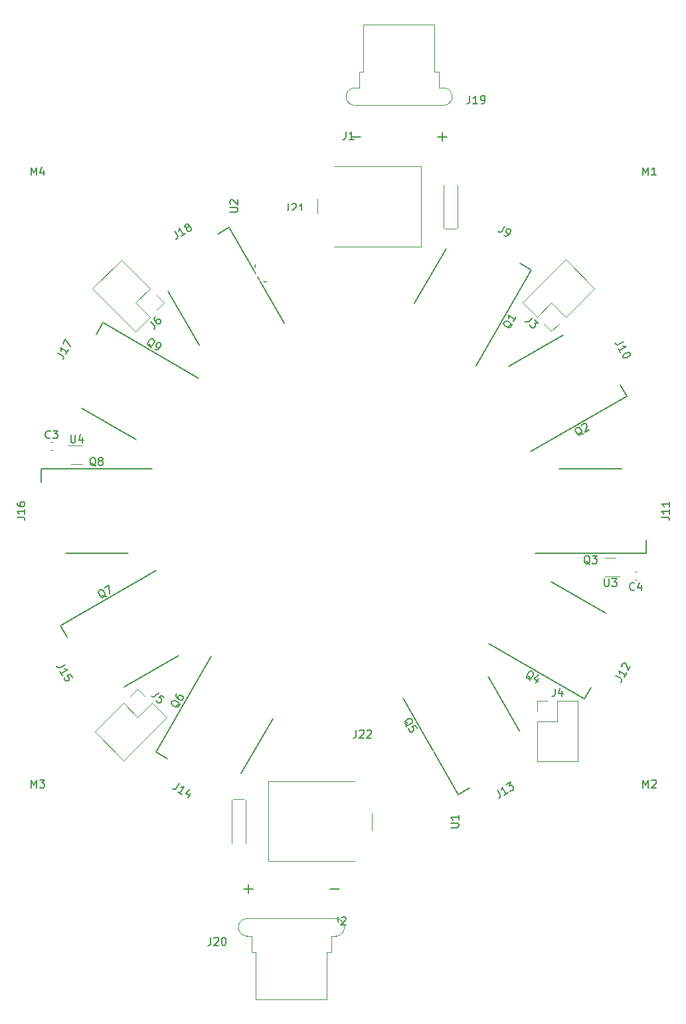
<source format=gto>
%TF.GenerationSoftware,KiCad,Pcbnew,(5.1.12)-1*%
%TF.CreationDate,2021-12-14T20:27:31-05:00*%
%TF.ProjectId,PDB,5044422e-6b69-4636-9164-5f7063625858,rev?*%
%TF.SameCoordinates,Original*%
%TF.FileFunction,Legend,Top*%
%TF.FilePolarity,Positive*%
%FSLAX46Y46*%
G04 Gerber Fmt 4.6, Leading zero omitted, Abs format (unit mm)*
G04 Created by KiCad (PCBNEW (5.1.12)-1) date 2021-12-14 20:27:31*
%MOMM*%
%LPD*%
G01*
G04 APERTURE LIST*
%ADD10C,0.120000*%
%ADD11C,0.150000*%
%ADD12C,0.100000*%
%ADD13R,0.650000X0.400000*%
%ADD14C,1.400000*%
%ADD15R,3.500000X3.500000*%
%ADD16C,3.500000*%
%ADD17R,1.700000X1.700000*%
%ADD18O,1.700000X1.700000*%
%ADD19C,5.000000*%
%ADD20R,10.000000X8.000000*%
%ADD21C,4.000000*%
%ADD22C,6.400000*%
%ADD23R,6.000000X9.000000*%
%ADD24C,0.500000*%
%ADD25R,1.500000X1.500000*%
%ADD26C,1.500000*%
%ADD27R,0.800000X8.000000*%
%ADD28R,2.800000X0.800000*%
%ADD29R,3.700000X9.700000*%
%ADD30R,2.900000X8.700000*%
%ADD31R,1.400000X10.100000*%
G04 APERTURE END LIST*
D10*
%TO.C,C4*%
X257179680Y-128826734D02*
X256898520Y-128826734D01*
X257179680Y-127806734D02*
X256898520Y-127806734D01*
%TO.C,C3*%
X182425720Y-111309434D02*
X182706880Y-111309434D01*
X182425720Y-112329434D02*
X182706880Y-112329434D01*
%TO.C,U4*%
X186479400Y-111764334D02*
X184579400Y-111764334D01*
X185079400Y-114084334D02*
X186479400Y-114084334D01*
%TO.C,U3*%
X253100600Y-128397234D02*
X255000600Y-128397234D01*
X254500600Y-126077234D02*
X253100600Y-126077234D01*
%TO.C,J20*%
X218206000Y-176240434D02*
X217676000Y-176240434D01*
X218906000Y-171970434D02*
X207386000Y-171970434D01*
X218206000Y-176240434D02*
X218206000Y-174190434D01*
X218906000Y-174190434D02*
X218206000Y-174190434D01*
X208086000Y-174190434D02*
X207386000Y-174190434D01*
X208086000Y-176240434D02*
X208086000Y-174190434D01*
X208616000Y-176240434D02*
X208086000Y-176240434D01*
X208616000Y-182240434D02*
X208616000Y-176240434D01*
X217676000Y-182240434D02*
X208646000Y-182240434D01*
X217676000Y-182240434D02*
X217676000Y-176240434D01*
X218967729Y-171983799D02*
G75*
G02*
X218796000Y-174190434I-171729J-1096635D01*
G01*
X207496000Y-174190434D02*
G75*
G02*
X207496000Y-171970434I0J1110000D01*
G01*
%TO.C,J5*%
X188066994Y-148166536D02*
X191743949Y-151843492D01*
X191701522Y-144532008D02*
X188066994Y-148166536D01*
X197216955Y-146370485D02*
X191743949Y-151843492D01*
X191701522Y-144532008D02*
X193540000Y-146370485D01*
X193540000Y-146370485D02*
X195378478Y-144532008D01*
X195378478Y-144532008D02*
X197216955Y-146370485D01*
X192599548Y-143633982D02*
X193540000Y-142693530D01*
X193540000Y-142693530D02*
X194480452Y-143633982D01*
%TO.C,J4*%
X244460000Y-151984434D02*
X249660000Y-151984434D01*
X244460000Y-146844434D02*
X244460000Y-151984434D01*
X249660000Y-144244434D02*
X249660000Y-151984434D01*
X244460000Y-146844434D02*
X247060000Y-146844434D01*
X247060000Y-146844434D02*
X247060000Y-144244434D01*
X247060000Y-144244434D02*
X249660000Y-144244434D01*
X244460000Y-145574434D02*
X244460000Y-144244434D01*
X244460000Y-144244434D02*
X245790000Y-144244434D01*
%TO.C,J3*%
X251763006Y-91732332D02*
X248086051Y-88055376D01*
X248128478Y-95366860D02*
X251763006Y-91732332D01*
X242613045Y-93528383D02*
X248086051Y-88055376D01*
X248128478Y-95366860D02*
X246290000Y-93528383D01*
X246290000Y-93528383D02*
X244451522Y-95366860D01*
X244451522Y-95366860D02*
X242613045Y-93528383D01*
X247230452Y-96264886D02*
X246290000Y-97205338D01*
X246290000Y-97205338D02*
X245349548Y-96264886D01*
%TO.C,J6*%
X191447898Y-88101428D02*
X187770942Y-91778383D01*
X195082426Y-91735956D02*
X191447898Y-88101428D01*
X193243949Y-97251389D02*
X187770942Y-91778383D01*
X195082426Y-91735956D02*
X193243949Y-93574434D01*
X193243949Y-93574434D02*
X195082426Y-95412912D01*
X195082426Y-95412912D02*
X193243949Y-97251389D01*
X195980452Y-92633982D02*
X196920904Y-93574434D01*
X196920904Y-93574434D02*
X195980452Y-94514886D01*
%TO.C,J19*%
X221802000Y-64162434D02*
X222332000Y-64162434D01*
X221102000Y-68432434D02*
X232622000Y-68432434D01*
X221802000Y-64162434D02*
X221802000Y-66212434D01*
X221102000Y-66212434D02*
X221802000Y-66212434D01*
X231922000Y-66212434D02*
X232622000Y-66212434D01*
X231922000Y-64162434D02*
X231922000Y-66212434D01*
X231392000Y-64162434D02*
X231922000Y-64162434D01*
X231392000Y-58162434D02*
X231392000Y-64162434D01*
X222332000Y-58162434D02*
X231362000Y-58162434D01*
X222332000Y-58162434D02*
X222332000Y-64162434D01*
X221040271Y-68419069D02*
G75*
G02*
X221212000Y-66212434I171729J1096635D01*
G01*
X232512000Y-66212434D02*
G75*
G02*
X232512000Y-68432434I0J-1110000D01*
G01*
D11*
%TO.C,Q10*%
X197388087Y-92073617D02*
X201388087Y-99001820D01*
X212241161Y-96199896D02*
X205191161Y-83988938D01*
X205191161Y-83988938D02*
X203718918Y-84838938D01*
D10*
%TO.C,U2*%
X229640000Y-86424434D02*
X216940000Y-86424434D01*
X229640000Y-76224434D02*
X229640000Y-86424434D01*
X216940000Y-76224434D02*
X229640000Y-76224434D01*
X234340000Y-84024434D02*
X234340000Y-78524434D01*
X232540000Y-84024434D02*
X232540000Y-78524434D01*
X216940000Y-86424434D02*
X226140000Y-86424434D01*
X216940000Y-76224434D02*
X226140000Y-76224434D01*
X216440000Y-85924434D02*
X216440000Y-76724434D01*
D12*
X232740000Y-84124434D02*
X234140000Y-84124434D01*
X216440000Y-76224434D02*
X216940000Y-76224434D01*
X216440000Y-76224434D02*
X216440000Y-76724434D01*
X216440000Y-86424434D02*
X216440000Y-85924434D01*
X216440000Y-86424434D02*
X216940000Y-86424434D01*
X226640000Y-86424434D02*
X226140000Y-86424434D01*
X226640000Y-76224434D02*
X226140000Y-76224434D01*
D10*
%TO.C,U1*%
X210190000Y-154474434D02*
X222890000Y-154474434D01*
X210190000Y-164674434D02*
X210190000Y-154474434D01*
X222890000Y-164674434D02*
X210190000Y-164674434D01*
X205490000Y-156874434D02*
X205490000Y-162374434D01*
X207290000Y-156874434D02*
X207290000Y-162374434D01*
X222890000Y-154474434D02*
X213690000Y-154474434D01*
X222890000Y-164674434D02*
X213690000Y-164674434D01*
X223390000Y-154974434D02*
X223390000Y-164174434D01*
D12*
X207090000Y-156774434D02*
X205690000Y-156774434D01*
X223390000Y-164674434D02*
X222890000Y-164674434D01*
X223390000Y-164674434D02*
X223390000Y-164174434D01*
X223390000Y-154474434D02*
X223390000Y-154974434D01*
X223390000Y-154474434D02*
X222890000Y-154474434D01*
X213190000Y-154474434D02*
X213690000Y-154474434D01*
X213190000Y-164674434D02*
X213690000Y-164674434D01*
D11*
%TO.C,Q9*%
X186389183Y-107025913D02*
X193317386Y-111025913D01*
X201315462Y-103172839D02*
X189104504Y-96122839D01*
X189104504Y-96122839D02*
X188254504Y-97595082D01*
%TO.C,Q1*%
X232838087Y-86673183D02*
X228838087Y-93601386D01*
X236691161Y-101599462D02*
X243741161Y-89388504D01*
X243741161Y-89388504D02*
X242268918Y-88538504D01*
%TO.C,Q2*%
X247790383Y-97672087D02*
X240862180Y-101672087D01*
X243664104Y-112525161D02*
X255875062Y-105475161D01*
X255875062Y-105475161D02*
X255025062Y-104002918D01*
%TO.C,Q3*%
X255240000Y-114673566D02*
X247240000Y-114673566D01*
X244240000Y-125473566D02*
X258340000Y-125473566D01*
X258340000Y-125473566D02*
X258340000Y-123773566D01*
%TO.C,Q4*%
X253190817Y-133122087D02*
X246262614Y-129122087D01*
X238264538Y-136975161D02*
X250475496Y-144025161D01*
X250475496Y-144025161D02*
X251325496Y-142552918D01*
%TO.C,Q5*%
X242191913Y-148074383D02*
X238191913Y-141146180D01*
X227338839Y-143948104D02*
X234388839Y-156159062D01*
X234388839Y-156159062D02*
X235861082Y-155309062D01*
%TO.C,Q6*%
X206741913Y-153474817D02*
X210741913Y-146546614D01*
X202888839Y-138548538D02*
X195838839Y-150759496D01*
X195838839Y-150759496D02*
X197311082Y-151609496D01*
%TO.C,Q7*%
X191789617Y-142475913D02*
X198717820Y-138475913D01*
X195915896Y-127622839D02*
X183704938Y-134672839D01*
X183704938Y-134672839D02*
X184554938Y-136145082D01*
%TO.C,Q8*%
X184340000Y-125474434D02*
X192340000Y-125474434D01*
X195340000Y-114674434D02*
X181240000Y-114674434D01*
X181240000Y-114674434D02*
X181240000Y-116374434D01*
%TO.C,C4*%
X256872433Y-130103876D02*
X256824814Y-130151495D01*
X256681957Y-130199114D01*
X256586719Y-130199114D01*
X256443861Y-130151495D01*
X256348623Y-130056257D01*
X256301004Y-129961019D01*
X256253385Y-129770543D01*
X256253385Y-129627686D01*
X256301004Y-129437210D01*
X256348623Y-129341972D01*
X256443861Y-129246734D01*
X256586719Y-129199114D01*
X256681957Y-129199114D01*
X256824814Y-129246734D01*
X256872433Y-129294353D01*
X257729576Y-129532448D02*
X257729576Y-130199114D01*
X257491480Y-129151495D02*
X257253385Y-129865781D01*
X257872433Y-129865781D01*
%TO.C,C3*%
X182399633Y-110746576D02*
X182352014Y-110794195D01*
X182209157Y-110841814D01*
X182113919Y-110841814D01*
X181971061Y-110794195D01*
X181875823Y-110698957D01*
X181828204Y-110603719D01*
X181780585Y-110413243D01*
X181780585Y-110270386D01*
X181828204Y-110079910D01*
X181875823Y-109984672D01*
X181971061Y-109889434D01*
X182113919Y-109841814D01*
X182209157Y-109841814D01*
X182352014Y-109889434D01*
X182399633Y-109937053D01*
X182732966Y-109841814D02*
X183352014Y-109841814D01*
X183018680Y-110222767D01*
X183161538Y-110222767D01*
X183256776Y-110270386D01*
X183304395Y-110318005D01*
X183352014Y-110413243D01*
X183352014Y-110651338D01*
X183304395Y-110746576D01*
X183256776Y-110794195D01*
X183161538Y-110841814D01*
X182875823Y-110841814D01*
X182780585Y-110794195D01*
X182732966Y-110746576D01*
%TO.C,U4*%
X185017495Y-110376714D02*
X185017495Y-111186238D01*
X185065114Y-111281476D01*
X185112733Y-111329095D01*
X185207971Y-111376714D01*
X185398447Y-111376714D01*
X185493685Y-111329095D01*
X185541304Y-111281476D01*
X185588923Y-111186238D01*
X185588923Y-110376714D01*
X186493685Y-110710048D02*
X186493685Y-111376714D01*
X186255590Y-110329095D02*
X186017495Y-111043381D01*
X186636542Y-111043381D01*
%TO.C,U3*%
X253038695Y-128689614D02*
X253038695Y-129499138D01*
X253086314Y-129594376D01*
X253133933Y-129641995D01*
X253229171Y-129689614D01*
X253419647Y-129689614D01*
X253514885Y-129641995D01*
X253562504Y-129594376D01*
X253610123Y-129499138D01*
X253610123Y-128689614D01*
X253991076Y-128689614D02*
X254610123Y-128689614D01*
X254276790Y-129070567D01*
X254419647Y-129070567D01*
X254514885Y-129118186D01*
X254562504Y-129165805D01*
X254610123Y-129261043D01*
X254610123Y-129499138D01*
X254562504Y-129594376D01*
X254514885Y-129641995D01*
X254419647Y-129689614D01*
X254133933Y-129689614D01*
X254038695Y-129641995D01*
X253991076Y-129594376D01*
%TO.C,J20*%
X202851476Y-174390814D02*
X202851476Y-175105100D01*
X202803857Y-175247957D01*
X202708619Y-175343195D01*
X202565761Y-175390814D01*
X202470523Y-175390814D01*
X203280047Y-174486053D02*
X203327666Y-174438434D01*
X203422904Y-174390814D01*
X203661000Y-174390814D01*
X203756238Y-174438434D01*
X203803857Y-174486053D01*
X203851476Y-174581291D01*
X203851476Y-174676529D01*
X203803857Y-174819386D01*
X203232428Y-175390814D01*
X203851476Y-175390814D01*
X204470523Y-174390814D02*
X204565761Y-174390814D01*
X204661000Y-174438434D01*
X204708619Y-174486053D01*
X204756238Y-174581291D01*
X204803857Y-174771767D01*
X204803857Y-175009862D01*
X204756238Y-175200338D01*
X204708619Y-175295576D01*
X204661000Y-175343195D01*
X204565761Y-175390814D01*
X204470523Y-175390814D01*
X204375285Y-175343195D01*
X204327666Y-175295576D01*
X204280047Y-175200338D01*
X204232428Y-175009862D01*
X204232428Y-174771767D01*
X204280047Y-174581291D01*
X204327666Y-174486053D01*
X204375285Y-174438434D01*
X204470523Y-174390814D01*
X207074571Y-168187576D02*
X208217428Y-168187576D01*
X207646000Y-168759005D02*
X207646000Y-167616148D01*
X218074571Y-168187576D02*
X219217428Y-168187576D01*
%TO.C,J5*%
X196237106Y-143201973D02*
X195732030Y-143707049D01*
X195597343Y-143774393D01*
X195462656Y-143774393D01*
X195327969Y-143707049D01*
X195260626Y-143639706D01*
X196910541Y-143875408D02*
X196573824Y-143538691D01*
X196203435Y-143841736D01*
X196270778Y-143841736D01*
X196371793Y-143875408D01*
X196540152Y-144043767D01*
X196573824Y-144144782D01*
X196573824Y-144212126D01*
X196540152Y-144313141D01*
X196371793Y-144481500D01*
X196270778Y-144515171D01*
X196203435Y-144515171D01*
X196102419Y-144481500D01*
X195934061Y-144313141D01*
X195900389Y-144212126D01*
X195900389Y-144144782D01*
%TO.C,J4*%
X246726666Y-142696814D02*
X246726666Y-143411100D01*
X246679047Y-143553957D01*
X246583809Y-143649195D01*
X246440952Y-143696814D01*
X246345714Y-143696814D01*
X247631428Y-143030148D02*
X247631428Y-143696814D01*
X247393333Y-142649195D02*
X247155238Y-143363481D01*
X247774285Y-143363481D01*
%TO.C,J3*%
X243895938Y-95451039D02*
X243390862Y-95956115D01*
X243256175Y-96023459D01*
X243121488Y-96023459D01*
X242986801Y-95956115D01*
X242919458Y-95888772D01*
X244165312Y-95720413D02*
X244603045Y-96158146D01*
X244097969Y-96191818D01*
X244198984Y-96292833D01*
X244232656Y-96393848D01*
X244232656Y-96461192D01*
X244198984Y-96562207D01*
X244030625Y-96730566D01*
X243929610Y-96764237D01*
X243862267Y-96764237D01*
X243761251Y-96730566D01*
X243559221Y-96528535D01*
X243525549Y-96427520D01*
X243525549Y-96360176D01*
%TO.C,J6*%
X195166605Y-95968495D02*
X195671681Y-96473571D01*
X195739025Y-96608258D01*
X195739025Y-96742945D01*
X195671681Y-96877632D01*
X195604338Y-96944975D01*
X195806368Y-95328731D02*
X195671681Y-95463418D01*
X195638010Y-95564434D01*
X195638010Y-95631777D01*
X195671681Y-95800136D01*
X195772697Y-95968495D01*
X196042071Y-96237869D01*
X196143086Y-96271540D01*
X196210429Y-96271540D01*
X196311445Y-96237869D01*
X196446132Y-96103182D01*
X196479803Y-96002166D01*
X196479803Y-95934823D01*
X196446132Y-95833808D01*
X196277773Y-95665449D01*
X196176758Y-95631777D01*
X196109414Y-95631777D01*
X196008399Y-95665449D01*
X195873712Y-95800136D01*
X195840040Y-95901151D01*
X195840040Y-95968495D01*
X195873712Y-96069510D01*
%TO.C,J1*%
X220091666Y-71776814D02*
X220091666Y-72491100D01*
X220044047Y-72633957D01*
X219948809Y-72729195D01*
X219805952Y-72776814D01*
X219710714Y-72776814D01*
X221091666Y-72776814D02*
X220520238Y-72776814D01*
X220805952Y-72776814D02*
X220805952Y-71776814D01*
X220710714Y-71919672D01*
X220615476Y-72014910D01*
X220520238Y-72062529D01*
%TO.C,J2*%
X219075666Y-171776814D02*
X219075666Y-172491100D01*
X219028047Y-172633957D01*
X218932809Y-172729195D01*
X218789952Y-172776814D01*
X218694714Y-172776814D01*
X219504238Y-171872053D02*
X219551857Y-171824434D01*
X219647095Y-171776814D01*
X219885190Y-171776814D01*
X219980428Y-171824434D01*
X220028047Y-171872053D01*
X220075666Y-171967291D01*
X220075666Y-172062529D01*
X220028047Y-172205386D01*
X219456619Y-172776814D01*
X220075666Y-172776814D01*
%TO.C,J22*%
X221393476Y-147974814D02*
X221393476Y-148689100D01*
X221345857Y-148831957D01*
X221250619Y-148927195D01*
X221107761Y-148974814D01*
X221012523Y-148974814D01*
X221822047Y-148070053D02*
X221869666Y-148022434D01*
X221964904Y-147974814D01*
X222203000Y-147974814D01*
X222298238Y-148022434D01*
X222345857Y-148070053D01*
X222393476Y-148165291D01*
X222393476Y-148260529D01*
X222345857Y-148403386D01*
X221774428Y-148974814D01*
X222393476Y-148974814D01*
X222774428Y-148070053D02*
X222822047Y-148022434D01*
X222917285Y-147974814D01*
X223155380Y-147974814D01*
X223250619Y-148022434D01*
X223298238Y-148070053D01*
X223345857Y-148165291D01*
X223345857Y-148260529D01*
X223298238Y-148403386D01*
X222726809Y-148974814D01*
X223345857Y-148974814D01*
%TO.C,J21*%
X212757476Y-80944814D02*
X212757476Y-81659100D01*
X212709857Y-81801957D01*
X212614619Y-81897195D01*
X212471761Y-81944814D01*
X212376523Y-81944814D01*
X213186047Y-81040053D02*
X213233666Y-80992434D01*
X213328904Y-80944814D01*
X213567000Y-80944814D01*
X213662238Y-80992434D01*
X213709857Y-81040053D01*
X213757476Y-81135291D01*
X213757476Y-81230529D01*
X213709857Y-81373386D01*
X213138428Y-81944814D01*
X213757476Y-81944814D01*
X214709857Y-81944814D02*
X214138428Y-81944814D01*
X214424142Y-81944814D02*
X214424142Y-80944814D01*
X214328904Y-81087672D01*
X214233666Y-81182910D01*
X214138428Y-81230529D01*
%TO.C,J19*%
X235871476Y-67202814D02*
X235871476Y-67917100D01*
X235823857Y-68059957D01*
X235728619Y-68155195D01*
X235585761Y-68202814D01*
X235490523Y-68202814D01*
X236871476Y-68202814D02*
X236300047Y-68202814D01*
X236585761Y-68202814D02*
X236585761Y-67202814D01*
X236490523Y-67345672D01*
X236395285Y-67440910D01*
X236300047Y-67488529D01*
X237347666Y-68202814D02*
X237538142Y-68202814D01*
X237633380Y-68155195D01*
X237681000Y-68107576D01*
X237776238Y-67964719D01*
X237823857Y-67774243D01*
X237823857Y-67393291D01*
X237776238Y-67298053D01*
X237728619Y-67250434D01*
X237633380Y-67202814D01*
X237442904Y-67202814D01*
X237347666Y-67250434D01*
X237300047Y-67298053D01*
X237252428Y-67393291D01*
X237252428Y-67631386D01*
X237300047Y-67726624D01*
X237347666Y-67774243D01*
X237442904Y-67821862D01*
X237633380Y-67821862D01*
X237728619Y-67774243D01*
X237776238Y-67726624D01*
X237823857Y-67631386D01*
X231790571Y-72429576D02*
X232933428Y-72429576D01*
X232362000Y-73001005D02*
X232362000Y-71858148D01*
X220790571Y-72429576D02*
X221933428Y-72429576D01*
%TO.C,J8*%
X213206666Y-78026814D02*
X213206666Y-78741100D01*
X213159047Y-78883957D01*
X213063809Y-78979195D01*
X212920952Y-79026814D01*
X212825714Y-79026814D01*
X213825714Y-78455386D02*
X213730476Y-78407767D01*
X213682857Y-78360148D01*
X213635238Y-78264910D01*
X213635238Y-78217291D01*
X213682857Y-78122053D01*
X213730476Y-78074434D01*
X213825714Y-78026814D01*
X214016190Y-78026814D01*
X214111428Y-78074434D01*
X214159047Y-78122053D01*
X214206666Y-78217291D01*
X214206666Y-78264910D01*
X214159047Y-78360148D01*
X214111428Y-78407767D01*
X214016190Y-78455386D01*
X213825714Y-78455386D01*
X213730476Y-78503005D01*
X213682857Y-78550624D01*
X213635238Y-78645862D01*
X213635238Y-78836338D01*
X213682857Y-78931576D01*
X213730476Y-78979195D01*
X213825714Y-79026814D01*
X214016190Y-79026814D01*
X214111428Y-78979195D01*
X214159047Y-78931576D01*
X214206666Y-78836338D01*
X214206666Y-78645862D01*
X214159047Y-78550624D01*
X214111428Y-78503005D01*
X214016190Y-78455386D01*
%TO.C,J7*%
X225956666Y-166526814D02*
X225956666Y-167241100D01*
X225909047Y-167383957D01*
X225813809Y-167479195D01*
X225670952Y-167526814D01*
X225575714Y-167526814D01*
X226337619Y-166526814D02*
X227004285Y-166526814D01*
X226575714Y-167526814D01*
%TO.C,J11*%
X260342380Y-120883957D02*
X261056666Y-120883957D01*
X261199523Y-120931576D01*
X261294761Y-121026814D01*
X261342380Y-121169672D01*
X261342380Y-121264910D01*
X261342380Y-119883957D02*
X261342380Y-120455386D01*
X261342380Y-120169672D02*
X260342380Y-120169672D01*
X260485238Y-120264910D01*
X260580476Y-120360148D01*
X260628095Y-120455386D01*
X261342380Y-118931576D02*
X261342380Y-119503005D01*
X261342380Y-119217291D02*
X260342380Y-119217291D01*
X260485238Y-119312529D01*
X260580476Y-119407767D01*
X260628095Y-119503005D01*
%TO.C,J12*%
X254504413Y-141051634D02*
X255123002Y-141408777D01*
X255222911Y-141521445D01*
X255257770Y-141651543D01*
X255227581Y-141799070D01*
X255179962Y-141881549D01*
X255870438Y-140685609D02*
X255584724Y-141180480D01*
X255727581Y-140933045D02*
X254861555Y-140433045D01*
X254937654Y-140586952D01*
X254972514Y-140717049D01*
X254966134Y-140823338D01*
X255277367Y-139903313D02*
X255259938Y-139838265D01*
X255266317Y-139731976D01*
X255385365Y-139525780D01*
X255474223Y-139467111D01*
X255539272Y-139449681D01*
X255645560Y-139456061D01*
X255728039Y-139503680D01*
X255827947Y-139616348D01*
X256037105Y-140396934D01*
X256346628Y-139860823D01*
%TO.C,J13*%
X239364746Y-155598370D02*
X239721889Y-156216960D01*
X239752078Y-156364487D01*
X239717218Y-156494585D01*
X239617310Y-156607253D01*
X239534831Y-156654872D01*
X240730771Y-155964396D02*
X240235900Y-156250110D01*
X240483335Y-156107253D02*
X239983335Y-155241228D01*
X239972285Y-155412565D01*
X239937426Y-155542662D01*
X239878757Y-155631521D01*
X240519446Y-154931704D02*
X241055557Y-154622180D01*
X240957358Y-155118761D01*
X241081076Y-155047332D01*
X241187364Y-155040953D01*
X241252413Y-155058382D01*
X241341272Y-155117052D01*
X241460319Y-155323248D01*
X241466699Y-155429536D01*
X241449269Y-155494585D01*
X241390600Y-155583443D01*
X241143164Y-155726301D01*
X241036876Y-155732680D01*
X240971827Y-155715251D01*
%TO.C,J14*%
X198812365Y-154788413D02*
X198455222Y-155407002D01*
X198342554Y-155506911D01*
X198212456Y-155541770D01*
X198064929Y-155511581D01*
X197982450Y-155463962D01*
X199178390Y-156154438D02*
X198683519Y-155868724D01*
X198930954Y-156011581D02*
X199430954Y-155145555D01*
X199277047Y-155221654D01*
X199146950Y-155256514D01*
X199040661Y-155250134D01*
X200254031Y-156005659D02*
X199920698Y-156583009D01*
X200238311Y-155556697D02*
X199674971Y-156056239D01*
X200211082Y-156365763D01*
%TO.C,J15*%
X184265629Y-139648746D02*
X183647039Y-140005889D01*
X183499512Y-140036078D01*
X183369414Y-140001218D01*
X183256746Y-139901310D01*
X183209127Y-139818831D01*
X183899603Y-141014771D02*
X183613889Y-140519900D01*
X183756746Y-140767335D02*
X184622771Y-140267335D01*
X184451434Y-140256285D01*
X184321337Y-140221426D01*
X184232478Y-140162757D01*
X185218010Y-141298318D02*
X184979914Y-140885925D01*
X184543712Y-141082781D01*
X184608761Y-141100211D01*
X184697619Y-141158880D01*
X184816667Y-141365076D01*
X184823046Y-141471364D01*
X184805617Y-141536413D01*
X184746947Y-141625272D01*
X184540751Y-141744319D01*
X184434463Y-141750699D01*
X184369414Y-141733269D01*
X184280556Y-141674600D01*
X184161508Y-141468404D01*
X184155128Y-141362115D01*
X184172558Y-141297067D01*
%TO.C,J16*%
X178142380Y-120883089D02*
X178856666Y-120883089D01*
X178999523Y-120930708D01*
X179094761Y-121025946D01*
X179142380Y-121168804D01*
X179142380Y-121264042D01*
X179142380Y-119883089D02*
X179142380Y-120454518D01*
X179142380Y-120168804D02*
X178142380Y-120168804D01*
X178285238Y-120264042D01*
X178380476Y-120359280D01*
X178428095Y-120454518D01*
X178142380Y-119025946D02*
X178142380Y-119216423D01*
X178190000Y-119311661D01*
X178237619Y-119359280D01*
X178380476Y-119454518D01*
X178570952Y-119502137D01*
X178951904Y-119502137D01*
X179047142Y-119454518D01*
X179094761Y-119406899D01*
X179142380Y-119311661D01*
X179142380Y-119121185D01*
X179094761Y-119025946D01*
X179047142Y-118978327D01*
X178951904Y-118930708D01*
X178713809Y-118930708D01*
X178618571Y-118978327D01*
X178570952Y-119025946D01*
X178523333Y-119121185D01*
X178523333Y-119311661D01*
X178570952Y-119406899D01*
X178618571Y-119454518D01*
X178713809Y-119502137D01*
%TO.C,J17*%
X183317559Y-99950882D02*
X183936148Y-100308025D01*
X184036057Y-100420693D01*
X184070916Y-100550791D01*
X184040727Y-100698318D01*
X183993108Y-100780797D01*
X184683584Y-99584857D02*
X184397870Y-100079728D01*
X184540727Y-99832293D02*
X183674701Y-99332293D01*
X183750800Y-99486200D01*
X183785660Y-99616297D01*
X183779280Y-99722586D01*
X183984225Y-98796182D02*
X184317559Y-98218831D01*
X184969298Y-99089985D01*
%TO.C,J18*%
X198265498Y-84410648D02*
X198622641Y-85029238D01*
X198652830Y-85176765D01*
X198617970Y-85306863D01*
X198518062Y-85419531D01*
X198435583Y-85467150D01*
X199631523Y-84776674D02*
X199136652Y-85062388D01*
X199384087Y-84919531D02*
X198884087Y-84053506D01*
X198873037Y-84224843D01*
X198838178Y-84354940D01*
X198779509Y-84443799D01*
X199840681Y-83996088D02*
X199734392Y-84002468D01*
X199669344Y-83985038D01*
X199580485Y-83926369D01*
X199556676Y-83885129D01*
X199550296Y-83778841D01*
X199567726Y-83713792D01*
X199626395Y-83624934D01*
X199791352Y-83529696D01*
X199897640Y-83523316D01*
X199962689Y-83540746D01*
X200051547Y-83599415D01*
X200075357Y-83640654D01*
X200081737Y-83746943D01*
X200064307Y-83811991D01*
X200005638Y-83900850D01*
X199840681Y-83996088D01*
X199782011Y-84084946D01*
X199764582Y-84149995D01*
X199770961Y-84256283D01*
X199866200Y-84421240D01*
X199955058Y-84479909D01*
X200020107Y-84497339D01*
X200126395Y-84490960D01*
X200291352Y-84395721D01*
X200350021Y-84306863D01*
X200367451Y-84241814D01*
X200361071Y-84135526D01*
X200265833Y-83970569D01*
X200176975Y-83911900D01*
X200111926Y-83894470D01*
X200005638Y-83900850D01*
%TO.C,J9*%
X240325510Y-83839654D02*
X239968367Y-84458243D01*
X239855699Y-84558152D01*
X239725601Y-84593011D01*
X239578074Y-84562822D01*
X239495595Y-84515203D01*
X240279142Y-84967584D02*
X240444099Y-85062822D01*
X240550388Y-85069202D01*
X240615436Y-85051772D01*
X240769344Y-84975673D01*
X240905821Y-84834525D01*
X241096297Y-84504611D01*
X241102677Y-84398323D01*
X241085247Y-84333274D01*
X241026578Y-84244416D01*
X240861621Y-84149178D01*
X240755333Y-84142798D01*
X240690284Y-84160228D01*
X240601426Y-84218897D01*
X240482378Y-84425093D01*
X240475998Y-84531381D01*
X240493428Y-84596430D01*
X240552097Y-84685289D01*
X240717054Y-84780527D01*
X240823342Y-84786906D01*
X240888391Y-84769477D01*
X240977250Y-84710808D01*
%TO.C,J10*%
X255453351Y-98549498D02*
X254834761Y-98906641D01*
X254687234Y-98936830D01*
X254557136Y-98901970D01*
X254444468Y-98802062D01*
X254396849Y-98719583D01*
X255087325Y-99915523D02*
X254801611Y-99420652D01*
X254944468Y-99668087D02*
X255810493Y-99168087D01*
X255639156Y-99157037D01*
X255509059Y-99122178D01*
X255420200Y-99063509D01*
X256262874Y-99951634D02*
X256310493Y-100034113D01*
X256316873Y-100140401D01*
X256299443Y-100205450D01*
X256240774Y-100294308D01*
X256099627Y-100430785D01*
X255893430Y-100549833D01*
X255704663Y-100603832D01*
X255598375Y-100610212D01*
X255533326Y-100592782D01*
X255444468Y-100534113D01*
X255396849Y-100451634D01*
X255390469Y-100345346D01*
X255407899Y-100280297D01*
X255466568Y-100191439D01*
X255607716Y-100054961D01*
X255813912Y-99935914D01*
X256002679Y-99881915D01*
X256108967Y-99875535D01*
X256174016Y-99892965D01*
X256262874Y-99951634D01*
%TO.C,M1*%
X257980476Y-77326814D02*
X257980476Y-76326814D01*
X258313809Y-77041100D01*
X258647142Y-76326814D01*
X258647142Y-77326814D01*
X259647142Y-77326814D02*
X259075714Y-77326814D01*
X259361428Y-77326814D02*
X259361428Y-76326814D01*
X259266190Y-76469672D01*
X259170952Y-76564910D01*
X259075714Y-76612529D01*
%TO.C,M4*%
X179980476Y-77326814D02*
X179980476Y-76326814D01*
X180313809Y-77041100D01*
X180647142Y-76326814D01*
X180647142Y-77326814D01*
X181551904Y-76660148D02*
X181551904Y-77326814D01*
X181313809Y-76279195D02*
X181075714Y-76993481D01*
X181694761Y-76993481D01*
%TO.C,M2*%
X257980476Y-155326814D02*
X257980476Y-154326814D01*
X258313809Y-155041100D01*
X258647142Y-154326814D01*
X258647142Y-155326814D01*
X259075714Y-154422053D02*
X259123333Y-154374434D01*
X259218571Y-154326814D01*
X259456666Y-154326814D01*
X259551904Y-154374434D01*
X259599523Y-154422053D01*
X259647142Y-154517291D01*
X259647142Y-154612529D01*
X259599523Y-154755386D01*
X259028095Y-155326814D01*
X259647142Y-155326814D01*
%TO.C,M3*%
X179980476Y-155326814D02*
X179980476Y-154326814D01*
X180313809Y-155041100D01*
X180647142Y-154326814D01*
X180647142Y-155326814D01*
X181028095Y-154326814D02*
X181647142Y-154326814D01*
X181313809Y-154707767D01*
X181456666Y-154707767D01*
X181551904Y-154755386D01*
X181599523Y-154803005D01*
X181647142Y-154898243D01*
X181647142Y-155136338D01*
X181599523Y-155231576D01*
X181551904Y-155279195D01*
X181456666Y-155326814D01*
X181170952Y-155326814D01*
X181075714Y-155279195D01*
X181028095Y-155231576D01*
%TO.C,Q10*%
X208692316Y-89448354D02*
X208685936Y-89342066D01*
X208720796Y-89211969D01*
X208773085Y-89016822D01*
X208766706Y-88910534D01*
X208719087Y-88828055D01*
X208536700Y-88988342D02*
X208530320Y-88882054D01*
X208565179Y-88751956D01*
X208706327Y-88615479D01*
X208995002Y-88448812D01*
X209183769Y-88394814D01*
X209313867Y-88429673D01*
X209402725Y-88488342D01*
X209497963Y-88653299D01*
X209504343Y-88759588D01*
X209469483Y-88889685D01*
X209328336Y-89026163D01*
X209039660Y-89192829D01*
X208850894Y-89246828D01*
X208720796Y-89211969D01*
X208631938Y-89153299D01*
X208536700Y-88988342D01*
X209227176Y-90184282D02*
X208941461Y-89689410D01*
X209084319Y-89936846D02*
X209950344Y-89436846D01*
X209779007Y-89425796D01*
X209648909Y-89390937D01*
X209560051Y-89332268D01*
X210402725Y-90220393D02*
X210450344Y-90302872D01*
X210456724Y-90409160D01*
X210439294Y-90474209D01*
X210380625Y-90563067D01*
X210239477Y-90699544D01*
X210033281Y-90818592D01*
X209844514Y-90872591D01*
X209738226Y-90878971D01*
X209673177Y-90861541D01*
X209584319Y-90802872D01*
X209536700Y-90720393D01*
X209530320Y-90614105D01*
X209547750Y-90549056D01*
X209606419Y-90460198D01*
X209747566Y-90323720D01*
X209953763Y-90204673D01*
X210142530Y-90150674D01*
X210248818Y-90144294D01*
X210313867Y-90161724D01*
X210402725Y-90220393D01*
%TO.C,U2*%
X205282380Y-82026338D02*
X206091904Y-82026338D01*
X206187142Y-81978719D01*
X206234761Y-81931100D01*
X206282380Y-81835862D01*
X206282380Y-81645386D01*
X206234761Y-81550148D01*
X206187142Y-81502529D01*
X206091904Y-81454910D01*
X205282380Y-81454910D01*
X205377619Y-81026338D02*
X205330000Y-80978719D01*
X205282380Y-80883481D01*
X205282380Y-80645386D01*
X205330000Y-80550148D01*
X205377619Y-80502529D01*
X205472857Y-80454910D01*
X205568095Y-80454910D01*
X205710952Y-80502529D01*
X206282380Y-81073957D01*
X206282380Y-80454910D01*
%TO.C,U1*%
X233452380Y-160396338D02*
X234261904Y-160396338D01*
X234357142Y-160348719D01*
X234404761Y-160301100D01*
X234452380Y-160205862D01*
X234452380Y-160015386D01*
X234404761Y-159920148D01*
X234357142Y-159872529D01*
X234261904Y-159824910D01*
X233452380Y-159824910D01*
X234452380Y-158824910D02*
X234452380Y-159396338D01*
X234452380Y-159110624D02*
X233452380Y-159110624D01*
X233595238Y-159205862D01*
X233690476Y-159301100D01*
X233738095Y-159396338D01*
%TO.C,Q9*%
X195278694Y-99338349D02*
X195220025Y-99249491D01*
X195185166Y-99119393D01*
X195132876Y-98924247D01*
X195074207Y-98835389D01*
X194991729Y-98787770D01*
X194913920Y-99017776D02*
X194855251Y-98928917D01*
X194820392Y-98798820D01*
X194874391Y-98610053D01*
X195041057Y-98321378D01*
X195177535Y-98180230D01*
X195307632Y-98145370D01*
X195413920Y-98151750D01*
X195578878Y-98246988D01*
X195637547Y-98335847D01*
X195672406Y-98465944D01*
X195618407Y-98654711D01*
X195451741Y-98943386D01*
X195315263Y-99084534D01*
X195185166Y-99119393D01*
X195078878Y-99113014D01*
X194913920Y-99017776D01*
X195697467Y-99470157D02*
X195862424Y-99565395D01*
X195968713Y-99571774D01*
X196033761Y-99554345D01*
X196187669Y-99478246D01*
X196324146Y-99337098D01*
X196514622Y-99007184D01*
X196521002Y-98900895D01*
X196503572Y-98835847D01*
X196444903Y-98746988D01*
X196279946Y-98651750D01*
X196173658Y-98645370D01*
X196108609Y-98662800D01*
X196019750Y-98721469D01*
X195900703Y-98927666D01*
X195894323Y-99033954D01*
X195911753Y-99099003D01*
X195970422Y-99187861D01*
X196135379Y-99283099D01*
X196241667Y-99289479D01*
X196306716Y-99272049D01*
X196395574Y-99213380D01*
%TO.C,Q1*%
X241378915Y-96275271D02*
X241290057Y-96333940D01*
X241159959Y-96368799D01*
X240964813Y-96421089D01*
X240875955Y-96479758D01*
X240828336Y-96562236D01*
X241058342Y-96640045D02*
X240969483Y-96698714D01*
X240839386Y-96733573D01*
X240650619Y-96679574D01*
X240361944Y-96512908D01*
X240220796Y-96376430D01*
X240185936Y-96246333D01*
X240192316Y-96140045D01*
X240287554Y-95975087D01*
X240376413Y-95916418D01*
X240506510Y-95881559D01*
X240695277Y-95935558D01*
X240983952Y-96102224D01*
X241125100Y-96238702D01*
X241159959Y-96368799D01*
X241153580Y-96475087D01*
X241058342Y-96640045D01*
X241748818Y-95444105D02*
X241463104Y-95938976D01*
X241605961Y-95691541D02*
X240739935Y-95191541D01*
X240816034Y-95345448D01*
X240850894Y-95475545D01*
X240844514Y-95581834D01*
%TO.C,Q2*%
X250385913Y-110258154D02*
X250279625Y-110264533D01*
X250149528Y-110229674D01*
X249954381Y-110177384D01*
X249848093Y-110183764D01*
X249765614Y-110231383D01*
X249925901Y-110413770D02*
X249819613Y-110420150D01*
X249689516Y-110385290D01*
X249553038Y-110244143D01*
X249386371Y-109955468D01*
X249332373Y-109766701D01*
X249367232Y-109636603D01*
X249425901Y-109547745D01*
X249590859Y-109452507D01*
X249697147Y-109446127D01*
X249827244Y-109480987D01*
X249963722Y-109622134D01*
X250130388Y-109910809D01*
X250184387Y-110099576D01*
X250149528Y-110229674D01*
X250090859Y-110318532D01*
X249925901Y-110413770D01*
X250174589Y-109225461D02*
X250192018Y-109160413D01*
X250250687Y-109071554D01*
X250456884Y-108952507D01*
X250563172Y-108946127D01*
X250628221Y-108963557D01*
X250717079Y-109022226D01*
X250764698Y-109104704D01*
X250794888Y-109252232D01*
X250585730Y-110032818D01*
X251121841Y-109723294D01*
%TO.C,Q3*%
X251194761Y-126871185D02*
X251099523Y-126823566D01*
X251004285Y-126728327D01*
X250861428Y-126585470D01*
X250766190Y-126537851D01*
X250670952Y-126537851D01*
X250718571Y-126775946D02*
X250623333Y-126728327D01*
X250528095Y-126633089D01*
X250480476Y-126442613D01*
X250480476Y-126109280D01*
X250528095Y-125918804D01*
X250623333Y-125823566D01*
X250718571Y-125775946D01*
X250909047Y-125775946D01*
X251004285Y-125823566D01*
X251099523Y-125918804D01*
X251147142Y-126109280D01*
X251147142Y-126442613D01*
X251099523Y-126633089D01*
X251004285Y-126728327D01*
X250909047Y-126775946D01*
X250718571Y-126775946D01*
X251480476Y-125775946D02*
X252099523Y-125775946D01*
X251766190Y-126156899D01*
X251909047Y-126156899D01*
X252004285Y-126204518D01*
X252051904Y-126252137D01*
X252099523Y-126347375D01*
X252099523Y-126585470D01*
X252051904Y-126680708D01*
X252004285Y-126728327D01*
X251909047Y-126775946D01*
X251623333Y-126775946D01*
X251528095Y-126728327D01*
X251480476Y-126680708D01*
%TO.C,Q4*%
X243588728Y-141662915D02*
X243530059Y-141574057D01*
X243495200Y-141443959D01*
X243442910Y-141248813D01*
X243384241Y-141159955D01*
X243301763Y-141112336D01*
X243223954Y-141342342D02*
X243165285Y-141253483D01*
X243130426Y-141123386D01*
X243184425Y-140934619D01*
X243351091Y-140645944D01*
X243487569Y-140504796D01*
X243617666Y-140469936D01*
X243723954Y-140476316D01*
X243888912Y-140571554D01*
X243947581Y-140660413D01*
X243982440Y-140790510D01*
X243928441Y-140979277D01*
X243761775Y-141267952D01*
X243625297Y-141409100D01*
X243495200Y-141443959D01*
X243388912Y-141437580D01*
X243223954Y-141342342D01*
X244670749Y-141407848D02*
X244337416Y-141985199D01*
X244655029Y-140958886D02*
X244091689Y-141458428D01*
X244627800Y-141767952D01*
%TO.C,Q5*%
X227777128Y-147570764D02*
X227770749Y-147464476D01*
X227805608Y-147334379D01*
X227857898Y-147139232D01*
X227851518Y-147032944D01*
X227803899Y-146950465D01*
X227621512Y-147110752D02*
X227615132Y-147004464D01*
X227649992Y-146874367D01*
X227791139Y-146737889D01*
X228079814Y-146571222D01*
X228268581Y-146517224D01*
X228398679Y-146552083D01*
X228487537Y-146610752D01*
X228582775Y-146775710D01*
X228589155Y-146881998D01*
X228554295Y-147012095D01*
X228413148Y-147148573D01*
X228124473Y-147315239D01*
X227935706Y-147369238D01*
X227805608Y-147334379D01*
X227716750Y-147275710D01*
X227621512Y-147110752D01*
X229154204Y-147765453D02*
X228916109Y-147353060D01*
X228479906Y-147549916D01*
X228544955Y-147567346D01*
X228633813Y-147626015D01*
X228752861Y-147832211D01*
X228759241Y-147938499D01*
X228741811Y-148003548D01*
X228683142Y-148092406D01*
X228476945Y-148211454D01*
X228370657Y-148217834D01*
X228305608Y-148200404D01*
X228216750Y-148141735D01*
X228097702Y-147935538D01*
X228091323Y-147829250D01*
X228108752Y-147764201D01*
%TO.C,Q6*%
X199054349Y-144585305D02*
X198965491Y-144643974D01*
X198835393Y-144678833D01*
X198640247Y-144731123D01*
X198551389Y-144789792D01*
X198503770Y-144872270D01*
X198733776Y-144950079D02*
X198644917Y-145008748D01*
X198514820Y-145043607D01*
X198326053Y-144989608D01*
X198037378Y-144822942D01*
X197896230Y-144686464D01*
X197861370Y-144556367D01*
X197867750Y-144450079D01*
X197962988Y-144285121D01*
X198051847Y-144226452D01*
X198181944Y-144191593D01*
X198370711Y-144245592D01*
X198659386Y-144412258D01*
X198800534Y-144548736D01*
X198835393Y-144678833D01*
X198829014Y-144785121D01*
X198733776Y-144950079D01*
X198510607Y-143336617D02*
X198415369Y-143501575D01*
X198408990Y-143607863D01*
X198426419Y-143672912D01*
X198502518Y-143826819D01*
X198643666Y-143963296D01*
X198973580Y-144153772D01*
X199079868Y-144160152D01*
X199144917Y-144142722D01*
X199233776Y-144084053D01*
X199329014Y-143919096D01*
X199335393Y-143812808D01*
X199317964Y-143747759D01*
X199259295Y-143658901D01*
X199053098Y-143539853D01*
X198946810Y-143533473D01*
X198881761Y-143550903D01*
X198792903Y-143609572D01*
X198697665Y-143774529D01*
X198691285Y-143880818D01*
X198708715Y-143945866D01*
X198767384Y-144034725D01*
%TO.C,Q7*%
X189576747Y-130933588D02*
X189470459Y-130939967D01*
X189340362Y-130905108D01*
X189145215Y-130852818D01*
X189038927Y-130859198D01*
X188956448Y-130906817D01*
X189116735Y-131089204D02*
X189010447Y-131095584D01*
X188880350Y-131060724D01*
X188743872Y-130919577D01*
X188577205Y-130630902D01*
X188523207Y-130442135D01*
X188558066Y-130312037D01*
X188616735Y-130223179D01*
X188781693Y-130127941D01*
X188887981Y-130121561D01*
X189018078Y-130156421D01*
X189154556Y-130297568D01*
X189321222Y-130586243D01*
X189375221Y-130775010D01*
X189340362Y-130905108D01*
X189281693Y-130993966D01*
X189116735Y-131089204D01*
X189276564Y-129842226D02*
X189853914Y-129508893D01*
X189982761Y-130589204D01*
%TO.C,Q8*%
X188194761Y-114372053D02*
X188099523Y-114324434D01*
X188004285Y-114229195D01*
X187861428Y-114086338D01*
X187766190Y-114038719D01*
X187670952Y-114038719D01*
X187718571Y-114276814D02*
X187623333Y-114229195D01*
X187528095Y-114133957D01*
X187480476Y-113943481D01*
X187480476Y-113610148D01*
X187528095Y-113419672D01*
X187623333Y-113324434D01*
X187718571Y-113276814D01*
X187909047Y-113276814D01*
X188004285Y-113324434D01*
X188099523Y-113419672D01*
X188147142Y-113610148D01*
X188147142Y-113943481D01*
X188099523Y-114133957D01*
X188004285Y-114229195D01*
X187909047Y-114276814D01*
X187718571Y-114276814D01*
X188718571Y-113705386D02*
X188623333Y-113657767D01*
X188575714Y-113610148D01*
X188528095Y-113514910D01*
X188528095Y-113467291D01*
X188575714Y-113372053D01*
X188623333Y-113324434D01*
X188718571Y-113276814D01*
X188909047Y-113276814D01*
X189004285Y-113324434D01*
X189051904Y-113372053D01*
X189099523Y-113467291D01*
X189099523Y-113514910D01*
X189051904Y-113610148D01*
X189004285Y-113657767D01*
X188909047Y-113705386D01*
X188718571Y-113705386D01*
X188623333Y-113753005D01*
X188575714Y-113800624D01*
X188528095Y-113895862D01*
X188528095Y-114086338D01*
X188575714Y-114181576D01*
X188623333Y-114229195D01*
X188718571Y-114276814D01*
X188909047Y-114276814D01*
X189004285Y-114229195D01*
X189051904Y-114181576D01*
X189099523Y-114086338D01*
X189099523Y-113895862D01*
X189051904Y-113800624D01*
X189004285Y-113753005D01*
X188909047Y-113705386D01*
%TD*%
%LPC*%
%TO.C,C4*%
G36*
G01*
X256714100Y-128066734D02*
X256714100Y-128566734D01*
G75*
G02*
X256489100Y-128791734I-225000J0D01*
G01*
X256039100Y-128791734D01*
G75*
G02*
X255814100Y-128566734I0J225000D01*
G01*
X255814100Y-128066734D01*
G75*
G02*
X256039100Y-127841734I225000J0D01*
G01*
X256489100Y-127841734D01*
G75*
G02*
X256714100Y-128066734I0J-225000D01*
G01*
G37*
G36*
G01*
X258264100Y-128066734D02*
X258264100Y-128566734D01*
G75*
G02*
X258039100Y-128791734I-225000J0D01*
G01*
X257589100Y-128791734D01*
G75*
G02*
X257364100Y-128566734I0J225000D01*
G01*
X257364100Y-128066734D01*
G75*
G02*
X257589100Y-127841734I225000J0D01*
G01*
X258039100Y-127841734D01*
G75*
G02*
X258264100Y-128066734I0J-225000D01*
G01*
G37*
%TD*%
%TO.C,C3*%
G36*
G01*
X182891300Y-112069434D02*
X182891300Y-111569434D01*
G75*
G02*
X183116300Y-111344434I225000J0D01*
G01*
X183566300Y-111344434D01*
G75*
G02*
X183791300Y-111569434I0J-225000D01*
G01*
X183791300Y-112069434D01*
G75*
G02*
X183566300Y-112294434I-225000J0D01*
G01*
X183116300Y-112294434D01*
G75*
G02*
X182891300Y-112069434I0J225000D01*
G01*
G37*
G36*
G01*
X181341300Y-112069434D02*
X181341300Y-111569434D01*
G75*
G02*
X181566300Y-111344434I225000J0D01*
G01*
X182016300Y-111344434D01*
G75*
G02*
X182241300Y-111569434I0J-225000D01*
G01*
X182241300Y-112069434D01*
G75*
G02*
X182016300Y-112294434I-225000J0D01*
G01*
X181566300Y-112294434D01*
G75*
G02*
X181341300Y-112069434I0J225000D01*
G01*
G37*
%TD*%
D13*
%TO.C,U4*%
X186729400Y-112274334D03*
X186729400Y-113574334D03*
X184829400Y-112924334D03*
X184829400Y-113574334D03*
X184829400Y-112274334D03*
%TD*%
%TO.C,U3*%
X252850600Y-127887234D03*
X252850600Y-126587234D03*
X254750600Y-127237234D03*
X254750600Y-126587234D03*
X254750600Y-127887234D03*
%TD*%
D14*
%TO.C,J20*%
X218646000Y-173080434D03*
X207646000Y-173080434D03*
D15*
X215646000Y-168080434D03*
D16*
X210646000Y-168080434D03*
%TD*%
D12*
%TO.C,J5*%
G36*
X192337918Y-144574434D02*
G01*
X193540000Y-143372352D01*
X194742082Y-144574434D01*
X193540000Y-145776516D01*
X192337918Y-144574434D01*
G37*
G36*
G01*
X194735010Y-145769444D02*
X194735010Y-145769444D01*
G75*
G02*
X195937092Y-145769444I601041J-601041D01*
G01*
X195937092Y-145769444D01*
G75*
G02*
X195937092Y-146971526I-601041J-601041D01*
G01*
X195937092Y-146971526D01*
G75*
G02*
X194735010Y-146971526I-601041J601041D01*
G01*
X194735010Y-146971526D01*
G75*
G02*
X194735010Y-145769444I601041J601041D01*
G01*
G37*
G36*
G01*
X191142908Y-145769444D02*
X191142908Y-145769444D01*
G75*
G02*
X192344990Y-145769444I601041J-601041D01*
G01*
X192344990Y-145769444D01*
G75*
G02*
X192344990Y-146971526I-601041J-601041D01*
G01*
X192344990Y-146971526D01*
G75*
G02*
X191142908Y-146971526I-601041J601041D01*
G01*
X191142908Y-146971526D01*
G75*
G02*
X191142908Y-145769444I601041J601041D01*
G01*
G37*
G36*
G01*
X192938959Y-147565495D02*
X192938959Y-147565495D01*
G75*
G02*
X194141041Y-147565495I601041J-601041D01*
G01*
X194141041Y-147565495D01*
G75*
G02*
X194141041Y-148767577I-601041J-601041D01*
G01*
X194141041Y-148767577D01*
G75*
G02*
X192938959Y-148767577I-601041J601041D01*
G01*
X192938959Y-148767577D01*
G75*
G02*
X192938959Y-147565495I601041J601041D01*
G01*
G37*
G36*
G01*
X189346857Y-147565495D02*
X189346857Y-147565495D01*
G75*
G02*
X190548939Y-147565495I601041J-601041D01*
G01*
X190548939Y-147565495D01*
G75*
G02*
X190548939Y-148767577I-601041J-601041D01*
G01*
X190548939Y-148767577D01*
G75*
G02*
X189346857Y-148767577I-601041J601041D01*
G01*
X189346857Y-148767577D01*
G75*
G02*
X189346857Y-147565495I601041J601041D01*
G01*
G37*
G36*
G01*
X191142908Y-149361547D02*
X191142908Y-149361547D01*
G75*
G02*
X192344990Y-149361547I601041J-601041D01*
G01*
X192344990Y-149361547D01*
G75*
G02*
X192344990Y-150563629I-601041J-601041D01*
G01*
X192344990Y-150563629D01*
G75*
G02*
X191142908Y-150563629I-601041J601041D01*
G01*
X191142908Y-150563629D01*
G75*
G02*
X191142908Y-149361547I601041J601041D01*
G01*
G37*
%TD*%
D17*
%TO.C,J4*%
X245790000Y-145574434D03*
D18*
X248330000Y-145574434D03*
X245790000Y-148114434D03*
X248330000Y-148114434D03*
X245790000Y-150654434D03*
X248330000Y-150654434D03*
%TD*%
D12*
%TO.C,J3*%
G36*
X247492082Y-95324434D02*
G01*
X246290000Y-96526516D01*
X245087918Y-95324434D01*
X246290000Y-94122352D01*
X247492082Y-95324434D01*
G37*
G36*
G01*
X245094990Y-94129424D02*
X245094990Y-94129424D01*
G75*
G02*
X243892908Y-94129424I-601041J601041D01*
G01*
X243892908Y-94129424D01*
G75*
G02*
X243892908Y-92927342I601041J601041D01*
G01*
X243892908Y-92927342D01*
G75*
G02*
X245094990Y-92927342I601041J-601041D01*
G01*
X245094990Y-92927342D01*
G75*
G02*
X245094990Y-94129424I-601041J-601041D01*
G01*
G37*
G36*
G01*
X248687092Y-94129424D02*
X248687092Y-94129424D01*
G75*
G02*
X247485010Y-94129424I-601041J601041D01*
G01*
X247485010Y-94129424D01*
G75*
G02*
X247485010Y-92927342I601041J601041D01*
G01*
X247485010Y-92927342D01*
G75*
G02*
X248687092Y-92927342I601041J-601041D01*
G01*
X248687092Y-92927342D01*
G75*
G02*
X248687092Y-94129424I-601041J-601041D01*
G01*
G37*
G36*
G01*
X246891041Y-92333373D02*
X246891041Y-92333373D01*
G75*
G02*
X245688959Y-92333373I-601041J601041D01*
G01*
X245688959Y-92333373D01*
G75*
G02*
X245688959Y-91131291I601041J601041D01*
G01*
X245688959Y-91131291D01*
G75*
G02*
X246891041Y-91131291I601041J-601041D01*
G01*
X246891041Y-91131291D01*
G75*
G02*
X246891041Y-92333373I-601041J-601041D01*
G01*
G37*
G36*
G01*
X250483143Y-92333373D02*
X250483143Y-92333373D01*
G75*
G02*
X249281061Y-92333373I-601041J601041D01*
G01*
X249281061Y-92333373D01*
G75*
G02*
X249281061Y-91131291I601041J601041D01*
G01*
X249281061Y-91131291D01*
G75*
G02*
X250483143Y-91131291I601041J-601041D01*
G01*
X250483143Y-91131291D01*
G75*
G02*
X250483143Y-92333373I-601041J-601041D01*
G01*
G37*
G36*
G01*
X248687092Y-90537321D02*
X248687092Y-90537321D01*
G75*
G02*
X247485010Y-90537321I-601041J601041D01*
G01*
X247485010Y-90537321D01*
G75*
G02*
X247485010Y-89335239I601041J601041D01*
G01*
X247485010Y-89335239D01*
G75*
G02*
X248687092Y-89335239I601041J-601041D01*
G01*
X248687092Y-89335239D01*
G75*
G02*
X248687092Y-90537321I-601041J-601041D01*
G01*
G37*
%TD*%
%TO.C,J6*%
G36*
X195040000Y-92372352D02*
G01*
X196242082Y-93574434D01*
X195040000Y-94776516D01*
X193837918Y-93574434D01*
X195040000Y-92372352D01*
G37*
G36*
G01*
X193844990Y-94769444D02*
X193844990Y-94769444D01*
G75*
G02*
X193844990Y-95971526I-601041J-601041D01*
G01*
X193844990Y-95971526D01*
G75*
G02*
X192642908Y-95971526I-601041J601041D01*
G01*
X192642908Y-95971526D01*
G75*
G02*
X192642908Y-94769444I601041J601041D01*
G01*
X192642908Y-94769444D01*
G75*
G02*
X193844990Y-94769444I601041J-601041D01*
G01*
G37*
G36*
G01*
X193844990Y-91177342D02*
X193844990Y-91177342D01*
G75*
G02*
X193844990Y-92379424I-601041J-601041D01*
G01*
X193844990Y-92379424D01*
G75*
G02*
X192642908Y-92379424I-601041J601041D01*
G01*
X192642908Y-92379424D01*
G75*
G02*
X192642908Y-91177342I601041J601041D01*
G01*
X192642908Y-91177342D01*
G75*
G02*
X193844990Y-91177342I601041J-601041D01*
G01*
G37*
G36*
G01*
X192048939Y-92973393D02*
X192048939Y-92973393D01*
G75*
G02*
X192048939Y-94175475I-601041J-601041D01*
G01*
X192048939Y-94175475D01*
G75*
G02*
X190846857Y-94175475I-601041J601041D01*
G01*
X190846857Y-94175475D01*
G75*
G02*
X190846857Y-92973393I601041J601041D01*
G01*
X190846857Y-92973393D01*
G75*
G02*
X192048939Y-92973393I601041J-601041D01*
G01*
G37*
G36*
G01*
X192048939Y-89381291D02*
X192048939Y-89381291D01*
G75*
G02*
X192048939Y-90583373I-601041J-601041D01*
G01*
X192048939Y-90583373D01*
G75*
G02*
X190846857Y-90583373I-601041J601041D01*
G01*
X190846857Y-90583373D01*
G75*
G02*
X190846857Y-89381291I601041J601041D01*
G01*
X190846857Y-89381291D01*
G75*
G02*
X192048939Y-89381291I601041J-601041D01*
G01*
G37*
G36*
G01*
X190252887Y-91177342D02*
X190252887Y-91177342D01*
G75*
G02*
X190252887Y-92379424I-601041J-601041D01*
G01*
X190252887Y-92379424D01*
G75*
G02*
X189050805Y-92379424I-601041J601041D01*
G01*
X189050805Y-92379424D01*
G75*
G02*
X189050805Y-91177342I601041J601041D01*
G01*
X189050805Y-91177342D01*
G75*
G02*
X190252887Y-91177342I601041J-601041D01*
G01*
G37*
%TD*%
D19*
%TO.C,J24*%
X203915000Y-67369434D03*
%TD*%
%TO.C,J23*%
X235665000Y-172779434D03*
%TD*%
D20*
%TO.C,J22*%
X226267000Y-154618434D03*
%TD*%
%TO.C,J21*%
X213567000Y-86292434D03*
%TD*%
D14*
%TO.C,J19*%
X221362000Y-67322434D03*
X232362000Y-67322434D03*
D15*
X224362000Y-72322434D03*
D16*
X229362000Y-72322434D03*
%TD*%
D20*
%TO.C,J8*%
X213540000Y-76324434D03*
%TD*%
%TO.C,J7*%
X226290000Y-164824434D03*
%TD*%
D21*
%TO.C,J11*%
X264790000Y-116474434D03*
X264790000Y-123674434D03*
G36*
G01*
X271440000Y-113624434D02*
X270140000Y-113624434D01*
G75*
G02*
X269990000Y-113474434I0J150000D01*
G01*
X269990000Y-113174434D01*
G75*
G02*
X270140000Y-113024434I150000J0D01*
G01*
X271440000Y-113024434D01*
G75*
G02*
X271590000Y-113174434I0J-150000D01*
G01*
X271590000Y-113474434D01*
G75*
G02*
X271440000Y-113624434I-150000J0D01*
G01*
G37*
G36*
G01*
X271440000Y-127124434D02*
X270140000Y-127124434D01*
G75*
G02*
X269990000Y-126974434I0J150000D01*
G01*
X269990000Y-126674434D01*
G75*
G02*
X270140000Y-126524434I150000J0D01*
G01*
X271440000Y-126524434D01*
G75*
G02*
X271590000Y-126674434I0J-150000D01*
G01*
X271590000Y-126974434D01*
G75*
G02*
X271440000Y-127124434I-150000J0D01*
G01*
G37*
%TD*%
%TO.C,J12*%
X260560926Y-139456685D03*
X256960926Y-145692067D03*
G36*
G01*
X267744995Y-140313513D02*
X266619161Y-139663513D01*
G75*
G02*
X266564257Y-139458609I75000J129904D01*
G01*
X266714257Y-139198801D01*
G75*
G02*
X266919161Y-139143897I129904J-75000D01*
G01*
X268044995Y-139793897D01*
G75*
G02*
X268099899Y-139998801I-75000J-129904D01*
G01*
X267949899Y-140258609D01*
G75*
G02*
X267744995Y-140313513I-129904J75000D01*
G01*
G37*
G36*
G01*
X260994995Y-152004855D02*
X259869161Y-151354855D01*
G75*
G02*
X259814257Y-151149951I75000J129904D01*
G01*
X259964257Y-150890143D01*
G75*
G02*
X260169161Y-150835239I129904J-75000D01*
G01*
X261294995Y-151485239D01*
G75*
G02*
X261349899Y-151690143I-75000J-129904D01*
G01*
X261199899Y-151949951D01*
G75*
G02*
X260994995Y-152004855I-129904J75000D01*
G01*
G37*
%TD*%
%TO.C,J13*%
X245407315Y-157245360D03*
X239171933Y-160845360D03*
G36*
G01*
X251200487Y-161579429D02*
X250550487Y-160453595D01*
G75*
G02*
X250605391Y-160248691I129904J75000D01*
G01*
X250865199Y-160098691D01*
G75*
G02*
X251070103Y-160153595I75000J-129904D01*
G01*
X251720103Y-161279429D01*
G75*
G02*
X251665199Y-161484333I-129904J-75000D01*
G01*
X251405391Y-161634333D01*
G75*
G02*
X251200487Y-161579429I-75000J129904D01*
G01*
G37*
G36*
G01*
X239509145Y-168329429D02*
X238859145Y-167203595D01*
G75*
G02*
X238914049Y-166998691I129904J75000D01*
G01*
X239173857Y-166848691D01*
G75*
G02*
X239378761Y-166903595I75000J-129904D01*
G01*
X240028761Y-168029429D01*
G75*
G02*
X239973857Y-168234333I-129904J-75000D01*
G01*
X239714049Y-168384333D01*
G75*
G02*
X239509145Y-168329429I-75000J129904D01*
G01*
G37*
%TD*%
%TO.C,J14*%
X200407315Y-160844926D03*
X194171933Y-157244926D03*
G36*
G01*
X199550487Y-168028995D02*
X200200487Y-166903161D01*
G75*
G02*
X200405391Y-166848257I129904J-75000D01*
G01*
X200665199Y-166998257D01*
G75*
G02*
X200720103Y-167203161I-75000J-129904D01*
G01*
X200070103Y-168328995D01*
G75*
G02*
X199865199Y-168383899I-129904J75000D01*
G01*
X199605391Y-168233899D01*
G75*
G02*
X199550487Y-168028995I75000J129904D01*
G01*
G37*
G36*
G01*
X187859145Y-161278995D02*
X188509145Y-160153161D01*
G75*
G02*
X188714049Y-160098257I129904J-75000D01*
G01*
X188973857Y-160248257D01*
G75*
G02*
X189028761Y-160453161I-75000J-129904D01*
G01*
X188378761Y-161578995D01*
G75*
G02*
X188173857Y-161633899I-129904J75000D01*
G01*
X187914049Y-161483899D01*
G75*
G02*
X187859145Y-161278995I75000J129904D01*
G01*
G37*
%TD*%
%TO.C,J15*%
X182618640Y-145691315D03*
X179018640Y-139455933D03*
G36*
G01*
X178284571Y-151484487D02*
X179410405Y-150834487D01*
G75*
G02*
X179615309Y-150889391I75000J-129904D01*
G01*
X179765309Y-151149199D01*
G75*
G02*
X179710405Y-151354103I-129904J-75000D01*
G01*
X178584571Y-152004103D01*
G75*
G02*
X178379667Y-151949199I-75000J129904D01*
G01*
X178229667Y-151689391D01*
G75*
G02*
X178284571Y-151484487I129904J75000D01*
G01*
G37*
G36*
G01*
X171534571Y-139793145D02*
X172660405Y-139143145D01*
G75*
G02*
X172865309Y-139198049I75000J-129904D01*
G01*
X173015309Y-139457857D01*
G75*
G02*
X172960405Y-139662761I-129904J-75000D01*
G01*
X171834571Y-140312761D01*
G75*
G02*
X171629667Y-140257857I-75000J129904D01*
G01*
X171479667Y-139998049D01*
G75*
G02*
X171534571Y-139793145I129904J75000D01*
G01*
G37*
%TD*%
%TO.C,J16*%
X174790000Y-123673566D03*
X174790000Y-116473566D03*
G36*
G01*
X168140000Y-126523566D02*
X169440000Y-126523566D01*
G75*
G02*
X169590000Y-126673566I0J-150000D01*
G01*
X169590000Y-126973566D01*
G75*
G02*
X169440000Y-127123566I-150000J0D01*
G01*
X168140000Y-127123566D01*
G75*
G02*
X167990000Y-126973566I0J150000D01*
G01*
X167990000Y-126673566D01*
G75*
G02*
X168140000Y-126523566I150000J0D01*
G01*
G37*
G36*
G01*
X168140000Y-113023566D02*
X169440000Y-113023566D01*
G75*
G02*
X169590000Y-113173566I0J-150000D01*
G01*
X169590000Y-113473566D01*
G75*
G02*
X169440000Y-113623566I-150000J0D01*
G01*
X168140000Y-113623566D01*
G75*
G02*
X167990000Y-113473566I0J150000D01*
G01*
X167990000Y-113173566D01*
G75*
G02*
X168140000Y-113023566I150000J0D01*
G01*
G37*
%TD*%
%TO.C,J17*%
X179019074Y-100691315D03*
X182619074Y-94455933D03*
G36*
G01*
X171835005Y-99834487D02*
X172960839Y-100484487D01*
G75*
G02*
X173015743Y-100689391I-75000J-129904D01*
G01*
X172865743Y-100949199D01*
G75*
G02*
X172660839Y-101004103I-129904J75000D01*
G01*
X171535005Y-100354103D01*
G75*
G02*
X171480101Y-100149199I75000J129904D01*
G01*
X171630101Y-99889391D01*
G75*
G02*
X171835005Y-99834487I129904J-75000D01*
G01*
G37*
G36*
G01*
X178585005Y-88143145D02*
X179710839Y-88793145D01*
G75*
G02*
X179765743Y-88998049I-75000J-129904D01*
G01*
X179615743Y-89257857D01*
G75*
G02*
X179410839Y-89312761I-129904J75000D01*
G01*
X178285005Y-88662761D01*
G75*
G02*
X178230101Y-88457857I75000J129904D01*
G01*
X178380101Y-88198049D01*
G75*
G02*
X178585005Y-88143145I129904J-75000D01*
G01*
G37*
%TD*%
%TO.C,J18*%
X194172685Y-82902640D03*
X200408067Y-79302640D03*
G36*
G01*
X188379513Y-78568571D02*
X189029513Y-79694405D01*
G75*
G02*
X188974609Y-79899309I-129904J-75000D01*
G01*
X188714801Y-80049309D01*
G75*
G02*
X188509897Y-79994405I-75000J129904D01*
G01*
X187859897Y-78868571D01*
G75*
G02*
X187914801Y-78663667I129904J75000D01*
G01*
X188174609Y-78513667D01*
G75*
G02*
X188379513Y-78568571I75000J-129904D01*
G01*
G37*
G36*
G01*
X200070855Y-71818571D02*
X200720855Y-72944405D01*
G75*
G02*
X200665951Y-73149309I-129904J-75000D01*
G01*
X200406143Y-73299309D01*
G75*
G02*
X200201239Y-73244405I-75000J129904D01*
G01*
X199551239Y-72118571D01*
G75*
G02*
X199606143Y-71913667I129904J75000D01*
G01*
X199865951Y-71763667D01*
G75*
G02*
X200070855Y-71818571I75000J-129904D01*
G01*
G37*
%TD*%
%TO.C,J9*%
X239172685Y-79303074D03*
X245408067Y-82903074D03*
G36*
G01*
X240029513Y-72119005D02*
X239379513Y-73244839D01*
G75*
G02*
X239174609Y-73299743I-129904J75000D01*
G01*
X238914801Y-73149743D01*
G75*
G02*
X238859897Y-72944839I75000J129904D01*
G01*
X239509897Y-71819005D01*
G75*
G02*
X239714801Y-71764101I129904J-75000D01*
G01*
X239974609Y-71914101D01*
G75*
G02*
X240029513Y-72119005I-75000J-129904D01*
G01*
G37*
G36*
G01*
X251720855Y-78869005D02*
X251070855Y-79994839D01*
G75*
G02*
X250865951Y-80049743I-129904J75000D01*
G01*
X250606143Y-79899743D01*
G75*
G02*
X250551239Y-79694839I75000J129904D01*
G01*
X251201239Y-78569005D01*
G75*
G02*
X251406143Y-78514101I129904J-75000D01*
G01*
X251665951Y-78664101D01*
G75*
G02*
X251720855Y-78869005I-75000J-129904D01*
G01*
G37*
%TD*%
%TO.C,J10*%
X256961360Y-94456685D03*
X260561360Y-100692067D03*
G36*
G01*
X261295429Y-88663513D02*
X260169595Y-89313513D01*
G75*
G02*
X259964691Y-89258609I-75000J129904D01*
G01*
X259814691Y-88998801D01*
G75*
G02*
X259869595Y-88793897I129904J75000D01*
G01*
X260995429Y-88143897D01*
G75*
G02*
X261200333Y-88198801I75000J-129904D01*
G01*
X261350333Y-88458609D01*
G75*
G02*
X261295429Y-88663513I-129904J-75000D01*
G01*
G37*
G36*
G01*
X268045429Y-100354855D02*
X266919595Y-101004855D01*
G75*
G02*
X266714691Y-100949951I-75000J129904D01*
G01*
X266564691Y-100690143D01*
G75*
G02*
X266619595Y-100485239I129904J75000D01*
G01*
X267745429Y-99835239D01*
G75*
G02*
X267950333Y-99890143I75000J-129904D01*
G01*
X268100333Y-100149951D01*
G75*
G02*
X268045429Y-100354855I-129904J-75000D01*
G01*
G37*
%TD*%
D22*
%TO.C,M1*%
X258790000Y-81074434D03*
%TD*%
%TO.C,M4*%
X180790000Y-81074434D03*
%TD*%
%TO.C,M2*%
X258790000Y-159074434D03*
%TD*%
%TO.C,M3*%
X180790000Y-159074434D03*
%TD*%
D12*
%TO.C,Q10*%
G36*
X204659111Y-87067399D02*
G01*
X205059111Y-87760219D01*
X198130907Y-91760219D01*
X197730907Y-91067399D01*
X204659111Y-87067399D01*
G37*
G36*
X204698341Y-84735348D02*
G01*
X206098341Y-87160220D01*
X205405521Y-87560220D01*
X204005521Y-85135348D01*
X204698341Y-84735348D01*
G37*
G36*
X203659110Y-85335348D02*
G01*
X205059110Y-87760220D01*
X204366290Y-88160220D01*
X202966290Y-85735348D01*
X203659110Y-85335348D01*
G37*
G36*
X202619880Y-85935348D02*
G01*
X204019880Y-88360220D01*
X203327060Y-88760220D01*
X201927060Y-86335348D01*
X202619880Y-85935348D01*
G37*
G36*
X197423727Y-88935348D02*
G01*
X198823727Y-91360220D01*
X198130907Y-91760220D01*
X196730907Y-89335348D01*
X197423727Y-88935348D01*
G37*
G36*
X198462958Y-88335348D02*
G01*
X199862958Y-90760220D01*
X199170138Y-91160220D01*
X197770138Y-88735348D01*
X198462958Y-88335348D01*
G37*
G36*
X199502188Y-87735348D02*
G01*
X200902188Y-90160220D01*
X200209368Y-90560220D01*
X198809368Y-88135348D01*
X199502188Y-87735348D01*
G37*
G36*
X200541419Y-87135348D02*
G01*
X201941419Y-89560220D01*
X201248599Y-89960220D01*
X199848599Y-87535348D01*
X200541419Y-87135348D01*
G37*
G36*
X201580649Y-86535348D02*
G01*
X202980649Y-88960220D01*
X202287829Y-89360220D01*
X200887829Y-86935348D01*
X201580649Y-86535348D01*
G37*
G36*
X207564847Y-89200283D02*
G01*
X209414847Y-92404577D01*
X201014401Y-97254577D01*
X199164401Y-94050283D01*
X207564847Y-89200283D01*
G37*
G36*
X208981835Y-92654577D02*
G01*
X210431835Y-95166051D01*
X202897413Y-99516051D01*
X201447413Y-97004577D01*
X208981835Y-92654577D01*
G37*
G36*
X211038052Y-94816050D02*
G01*
X211738052Y-96028486D01*
X202991196Y-101078486D01*
X202291196Y-99866050D01*
X211038052Y-94816050D01*
G37*
%TD*%
D23*
%TO.C,U2*%
X212040000Y-76324434D03*
X212040000Y-86324434D03*
D24*
X210040000Y-86324434D03*
X210040000Y-85024434D03*
X210040000Y-83724434D03*
X210040000Y-87624434D03*
X210040000Y-88924434D03*
X212040000Y-82574434D03*
X212040000Y-90074434D03*
X214040000Y-88924434D03*
X214040000Y-87624434D03*
X214040000Y-86324434D03*
X214040000Y-85024434D03*
X214040000Y-83724434D03*
X212040000Y-80074434D03*
X212040000Y-72574434D03*
X210040000Y-78924434D03*
X210040000Y-77624434D03*
X210040000Y-76324434D03*
X210040000Y-75024434D03*
X210040000Y-73724434D03*
X214040000Y-78924434D03*
X214040000Y-77624434D03*
X214040000Y-76324434D03*
X214040000Y-75024434D03*
X214040000Y-73724434D03*
D25*
X233440000Y-83234434D03*
D26*
X233440000Y-81324434D03*
X233440000Y-79414434D03*
%TD*%
D23*
%TO.C,U1*%
X227790000Y-164574434D03*
X227790000Y-154574434D03*
D24*
X229790000Y-154574434D03*
X229790000Y-155874434D03*
X229790000Y-157174434D03*
X229790000Y-153274434D03*
X229790000Y-151974434D03*
X227790000Y-158324434D03*
X227790000Y-150824434D03*
X225790000Y-151974434D03*
X225790000Y-153274434D03*
X225790000Y-154574434D03*
X225790000Y-155874434D03*
X225790000Y-157174434D03*
X227790000Y-160824434D03*
X227790000Y-168324434D03*
X229790000Y-161974434D03*
X229790000Y-163274434D03*
X229790000Y-164574434D03*
X229790000Y-165874434D03*
X229790000Y-167174434D03*
X225790000Y-161974434D03*
X225790000Y-163274434D03*
X225790000Y-164574434D03*
X225790000Y-165874434D03*
X225790000Y-167174434D03*
D25*
X206390000Y-157664434D03*
D26*
X206390000Y-159574434D03*
X206390000Y-161484434D03*
%TD*%
D12*
%TO.C,Q9*%
G36*
X190182965Y-99054889D02*
G01*
X190875785Y-99454889D01*
X186875785Y-106383093D01*
X186182965Y-105983093D01*
X190182965Y-99054889D01*
G37*
G36*
X189050914Y-97015659D02*
G01*
X191475786Y-98415659D01*
X191075786Y-99108479D01*
X188650914Y-97708479D01*
X189050914Y-97015659D01*
G37*
G36*
X188450914Y-98054890D02*
G01*
X190875786Y-99454890D01*
X190475786Y-100147710D01*
X188050914Y-98747710D01*
X188450914Y-98054890D01*
G37*
G36*
X187850914Y-99094120D02*
G01*
X190275786Y-100494120D01*
X189875786Y-101186940D01*
X187450914Y-99786940D01*
X187850914Y-99094120D01*
G37*
G36*
X184850914Y-104290273D02*
G01*
X187275786Y-105690273D01*
X186875786Y-106383093D01*
X184450914Y-104983093D01*
X184850914Y-104290273D01*
G37*
G36*
X185450914Y-103251042D02*
G01*
X187875786Y-104651042D01*
X187475786Y-105343862D01*
X185050914Y-103943862D01*
X185450914Y-103251042D01*
G37*
G36*
X186050914Y-102211812D02*
G01*
X188475786Y-103611812D01*
X188075786Y-104304632D01*
X185650914Y-102904632D01*
X186050914Y-102211812D01*
G37*
G36*
X186650914Y-101172581D02*
G01*
X189075786Y-102572581D01*
X188675786Y-103265401D01*
X186250914Y-101865401D01*
X186650914Y-101172581D01*
G37*
G36*
X187250914Y-100133351D02*
G01*
X189675786Y-101533351D01*
X189275786Y-102226171D01*
X186850914Y-100826171D01*
X187250914Y-100133351D01*
G37*
G36*
X193765849Y-99449153D02*
G01*
X196970143Y-101299153D01*
X192120143Y-109699599D01*
X188915849Y-107849599D01*
X193765849Y-99449153D01*
G37*
G36*
X196720143Y-101732165D02*
G01*
X199231617Y-103182165D01*
X194881617Y-110716587D01*
X192370143Y-109266587D01*
X196720143Y-101732165D01*
G37*
G36*
X199581616Y-102575948D02*
G01*
X200794052Y-103275948D01*
X195744052Y-112022804D01*
X194531616Y-111322804D01*
X199581616Y-102575948D01*
G37*
%TD*%
%TO.C,Q1*%
G36*
X240809111Y-90466965D02*
G01*
X240409111Y-91159785D01*
X233480907Y-87159785D01*
X233880907Y-86466965D01*
X240809111Y-90466965D01*
G37*
G36*
X242848341Y-89334914D02*
G01*
X241448341Y-91759786D01*
X240755521Y-91359786D01*
X242155521Y-88934914D01*
X242848341Y-89334914D01*
G37*
G36*
X241809110Y-88734914D02*
G01*
X240409110Y-91159786D01*
X239716290Y-90759786D01*
X241116290Y-88334914D01*
X241809110Y-88734914D01*
G37*
G36*
X240769880Y-88134914D02*
G01*
X239369880Y-90559786D01*
X238677060Y-90159786D01*
X240077060Y-87734914D01*
X240769880Y-88134914D01*
G37*
G36*
X235573727Y-85134914D02*
G01*
X234173727Y-87559786D01*
X233480907Y-87159786D01*
X234880907Y-84734914D01*
X235573727Y-85134914D01*
G37*
G36*
X236612958Y-85734914D02*
G01*
X235212958Y-88159786D01*
X234520138Y-87759786D01*
X235920138Y-85334914D01*
X236612958Y-85734914D01*
G37*
G36*
X237652188Y-86334914D02*
G01*
X236252188Y-88759786D01*
X235559368Y-88359786D01*
X236959368Y-85934914D01*
X237652188Y-86334914D01*
G37*
G36*
X238691419Y-86934914D02*
G01*
X237291419Y-89359786D01*
X236598599Y-88959786D01*
X237998599Y-86534914D01*
X238691419Y-86934914D01*
G37*
G36*
X239730649Y-87534914D02*
G01*
X238330649Y-89959786D01*
X237637829Y-89559786D01*
X239037829Y-87134914D01*
X239730649Y-87534914D01*
G37*
G36*
X240414847Y-94049849D02*
G01*
X238564847Y-97254143D01*
X230164401Y-92404143D01*
X232014401Y-89199849D01*
X240414847Y-94049849D01*
G37*
G36*
X238131835Y-97004143D02*
G01*
X236681835Y-99515617D01*
X229147413Y-95165617D01*
X230597413Y-92654143D01*
X238131835Y-97004143D01*
G37*
G36*
X237288052Y-99865616D02*
G01*
X236588052Y-101078052D01*
X227841196Y-96028052D01*
X228541196Y-94815616D01*
X237288052Y-99865616D01*
G37*
%TD*%
%TO.C,Q2*%
G36*
X252796601Y-104943111D02*
G01*
X252103781Y-105343111D01*
X248103781Y-98414907D01*
X248796601Y-98014907D01*
X252796601Y-104943111D01*
G37*
G36*
X255128652Y-104982341D02*
G01*
X252703780Y-106382341D01*
X252303780Y-105689521D01*
X254728652Y-104289521D01*
X255128652Y-104982341D01*
G37*
G36*
X254528652Y-103943110D02*
G01*
X252103780Y-105343110D01*
X251703780Y-104650290D01*
X254128652Y-103250290D01*
X254528652Y-103943110D01*
G37*
G36*
X253928652Y-102903880D02*
G01*
X251503780Y-104303880D01*
X251103780Y-103611060D01*
X253528652Y-102211060D01*
X253928652Y-102903880D01*
G37*
G36*
X250928652Y-97707727D02*
G01*
X248503780Y-99107727D01*
X248103780Y-98414907D01*
X250528652Y-97014907D01*
X250928652Y-97707727D01*
G37*
G36*
X251528652Y-98746958D02*
G01*
X249103780Y-100146958D01*
X248703780Y-99454138D01*
X251128652Y-98054138D01*
X251528652Y-98746958D01*
G37*
G36*
X252128652Y-99786188D02*
G01*
X249703780Y-101186188D01*
X249303780Y-100493368D01*
X251728652Y-99093368D01*
X252128652Y-99786188D01*
G37*
G36*
X252728652Y-100825419D02*
G01*
X250303780Y-102225419D01*
X249903780Y-101532599D01*
X252328652Y-100132599D01*
X252728652Y-100825419D01*
G37*
G36*
X253328652Y-101864649D02*
G01*
X250903780Y-103264649D01*
X250503780Y-102571829D01*
X252928652Y-101171829D01*
X253328652Y-101864649D01*
G37*
G36*
X250663717Y-107848847D02*
G01*
X247459423Y-109698847D01*
X242609423Y-101298401D01*
X245813717Y-99448401D01*
X250663717Y-107848847D01*
G37*
G36*
X247209423Y-109265835D02*
G01*
X244697949Y-110715835D01*
X240347949Y-103181413D01*
X242859423Y-101731413D01*
X247209423Y-109265835D01*
G37*
G36*
X245047950Y-111322052D02*
G01*
X243835514Y-112022052D01*
X238785514Y-103275196D01*
X239997950Y-102575196D01*
X245047950Y-111322052D01*
G37*
%TD*%
D27*
%TO.C,Q3*%
X255540000Y-119473566D03*
D28*
X256540000Y-124273566D03*
X256540000Y-123073566D03*
X256540000Y-121873566D03*
X256540000Y-115873566D03*
X256540000Y-117073566D03*
X256540000Y-118273566D03*
X256540000Y-119473566D03*
X256540000Y-120673566D03*
D29*
X250790000Y-120073566D03*
D30*
X247490000Y-120073566D03*
D31*
X245340000Y-120073566D03*
%TD*%
D12*
%TO.C,Q4*%
G36*
X249397035Y-141093111D02*
G01*
X248704215Y-140693111D01*
X252704215Y-133764907D01*
X253397035Y-134164907D01*
X249397035Y-141093111D01*
G37*
G36*
X250529086Y-143132341D02*
G01*
X248104214Y-141732341D01*
X248504214Y-141039521D01*
X250929086Y-142439521D01*
X250529086Y-143132341D01*
G37*
G36*
X251129086Y-142093110D02*
G01*
X248704214Y-140693110D01*
X249104214Y-140000290D01*
X251529086Y-141400290D01*
X251129086Y-142093110D01*
G37*
G36*
X251729086Y-141053880D02*
G01*
X249304214Y-139653880D01*
X249704214Y-138961060D01*
X252129086Y-140361060D01*
X251729086Y-141053880D01*
G37*
G36*
X254729086Y-135857727D02*
G01*
X252304214Y-134457727D01*
X252704214Y-133764907D01*
X255129086Y-135164907D01*
X254729086Y-135857727D01*
G37*
G36*
X254129086Y-136896958D02*
G01*
X251704214Y-135496958D01*
X252104214Y-134804138D01*
X254529086Y-136204138D01*
X254129086Y-136896958D01*
G37*
G36*
X253529086Y-137936188D02*
G01*
X251104214Y-136536188D01*
X251504214Y-135843368D01*
X253929086Y-137243368D01*
X253529086Y-137936188D01*
G37*
G36*
X252929086Y-138975419D02*
G01*
X250504214Y-137575419D01*
X250904214Y-136882599D01*
X253329086Y-138282599D01*
X252929086Y-138975419D01*
G37*
G36*
X252329086Y-140014649D02*
G01*
X249904214Y-138614649D01*
X250304214Y-137921829D01*
X252729086Y-139321829D01*
X252329086Y-140014649D01*
G37*
G36*
X245814151Y-140698847D02*
G01*
X242609857Y-138848847D01*
X247459857Y-130448401D01*
X250664151Y-132298401D01*
X245814151Y-140698847D01*
G37*
G36*
X242859857Y-138415835D02*
G01*
X240348383Y-136965835D01*
X244698383Y-129431413D01*
X247209857Y-130881413D01*
X242859857Y-138415835D01*
G37*
G36*
X239998384Y-137572052D02*
G01*
X238785948Y-136872052D01*
X243835948Y-128125196D01*
X245048384Y-128825196D01*
X239998384Y-137572052D01*
G37*
%TD*%
%TO.C,Q5*%
G36*
X234920889Y-153080601D02*
G01*
X234520889Y-152387781D01*
X241449093Y-148387781D01*
X241849093Y-149080601D01*
X234920889Y-153080601D01*
G37*
G36*
X234881659Y-155412652D02*
G01*
X233481659Y-152987780D01*
X234174479Y-152587780D01*
X235574479Y-155012652D01*
X234881659Y-155412652D01*
G37*
G36*
X235920890Y-154812652D02*
G01*
X234520890Y-152387780D01*
X235213710Y-151987780D01*
X236613710Y-154412652D01*
X235920890Y-154812652D01*
G37*
G36*
X236960120Y-154212652D02*
G01*
X235560120Y-151787780D01*
X236252940Y-151387780D01*
X237652940Y-153812652D01*
X236960120Y-154212652D01*
G37*
G36*
X242156273Y-151212652D02*
G01*
X240756273Y-148787780D01*
X241449093Y-148387780D01*
X242849093Y-150812652D01*
X242156273Y-151212652D01*
G37*
G36*
X241117042Y-151812652D02*
G01*
X239717042Y-149387780D01*
X240409862Y-148987780D01*
X241809862Y-151412652D01*
X241117042Y-151812652D01*
G37*
G36*
X240077812Y-152412652D02*
G01*
X238677812Y-149987780D01*
X239370632Y-149587780D01*
X240770632Y-152012652D01*
X240077812Y-152412652D01*
G37*
G36*
X239038581Y-153012652D02*
G01*
X237638581Y-150587780D01*
X238331401Y-150187780D01*
X239731401Y-152612652D01*
X239038581Y-153012652D01*
G37*
G36*
X237999351Y-153612652D02*
G01*
X236599351Y-151187780D01*
X237292171Y-150787780D01*
X238692171Y-153212652D01*
X237999351Y-153612652D01*
G37*
G36*
X232015153Y-150947717D02*
G01*
X230165153Y-147743423D01*
X238565599Y-142893423D01*
X240415599Y-146097717D01*
X232015153Y-150947717D01*
G37*
G36*
X230598165Y-147493423D02*
G01*
X229148165Y-144981949D01*
X236682587Y-140631949D01*
X238132587Y-143143423D01*
X230598165Y-147493423D01*
G37*
G36*
X228541948Y-145331950D02*
G01*
X227841948Y-144119514D01*
X236588804Y-139069514D01*
X237288804Y-140281950D01*
X228541948Y-145331950D01*
G37*
%TD*%
%TO.C,Q6*%
G36*
X198770889Y-149681035D02*
G01*
X199170889Y-148988215D01*
X206099093Y-152988215D01*
X205699093Y-153681035D01*
X198770889Y-149681035D01*
G37*
G36*
X196731659Y-150813086D02*
G01*
X198131659Y-148388214D01*
X198824479Y-148788214D01*
X197424479Y-151213086D01*
X196731659Y-150813086D01*
G37*
G36*
X197770890Y-151413086D02*
G01*
X199170890Y-148988214D01*
X199863710Y-149388214D01*
X198463710Y-151813086D01*
X197770890Y-151413086D01*
G37*
G36*
X198810120Y-152013086D02*
G01*
X200210120Y-149588214D01*
X200902940Y-149988214D01*
X199502940Y-152413086D01*
X198810120Y-152013086D01*
G37*
G36*
X204006273Y-155013086D02*
G01*
X205406273Y-152588214D01*
X206099093Y-152988214D01*
X204699093Y-155413086D01*
X204006273Y-155013086D01*
G37*
G36*
X202967042Y-154413086D02*
G01*
X204367042Y-151988214D01*
X205059862Y-152388214D01*
X203659862Y-154813086D01*
X202967042Y-154413086D01*
G37*
G36*
X201927812Y-153813086D02*
G01*
X203327812Y-151388214D01*
X204020632Y-151788214D01*
X202620632Y-154213086D01*
X201927812Y-153813086D01*
G37*
G36*
X200888581Y-153213086D02*
G01*
X202288581Y-150788214D01*
X202981401Y-151188214D01*
X201581401Y-153613086D01*
X200888581Y-153213086D01*
G37*
G36*
X199849351Y-152613086D02*
G01*
X201249351Y-150188214D01*
X201942171Y-150588214D01*
X200542171Y-153013086D01*
X199849351Y-152613086D01*
G37*
G36*
X199165153Y-146098151D02*
G01*
X201015153Y-142893857D01*
X209415599Y-147743857D01*
X207565599Y-150948151D01*
X199165153Y-146098151D01*
G37*
G36*
X201448165Y-143143857D02*
G01*
X202898165Y-140632383D01*
X210432587Y-144982383D01*
X208982587Y-147493857D01*
X201448165Y-143143857D01*
G37*
G36*
X202291948Y-140282384D02*
G01*
X202991948Y-139069948D01*
X211738804Y-144119948D01*
X211038804Y-145332384D01*
X202291948Y-140282384D01*
G37*
%TD*%
%TO.C,Q7*%
G36*
X186783399Y-135204889D02*
G01*
X187476219Y-134804889D01*
X191476219Y-141733093D01*
X190783399Y-142133093D01*
X186783399Y-135204889D01*
G37*
G36*
X184451348Y-135165659D02*
G01*
X186876220Y-133765659D01*
X187276220Y-134458479D01*
X184851348Y-135858479D01*
X184451348Y-135165659D01*
G37*
G36*
X185051348Y-136204890D02*
G01*
X187476220Y-134804890D01*
X187876220Y-135497710D01*
X185451348Y-136897710D01*
X185051348Y-136204890D01*
G37*
G36*
X185651348Y-137244120D02*
G01*
X188076220Y-135844120D01*
X188476220Y-136536940D01*
X186051348Y-137936940D01*
X185651348Y-137244120D01*
G37*
G36*
X188651348Y-142440273D02*
G01*
X191076220Y-141040273D01*
X191476220Y-141733093D01*
X189051348Y-143133093D01*
X188651348Y-142440273D01*
G37*
G36*
X188051348Y-141401042D02*
G01*
X190476220Y-140001042D01*
X190876220Y-140693862D01*
X188451348Y-142093862D01*
X188051348Y-141401042D01*
G37*
G36*
X187451348Y-140361812D02*
G01*
X189876220Y-138961812D01*
X190276220Y-139654632D01*
X187851348Y-141054632D01*
X187451348Y-140361812D01*
G37*
G36*
X186851348Y-139322581D02*
G01*
X189276220Y-137922581D01*
X189676220Y-138615401D01*
X187251348Y-140015401D01*
X186851348Y-139322581D01*
G37*
G36*
X186251348Y-138283351D02*
G01*
X188676220Y-136883351D01*
X189076220Y-137576171D01*
X186651348Y-138976171D01*
X186251348Y-138283351D01*
G37*
G36*
X188916283Y-132299153D02*
G01*
X192120577Y-130449153D01*
X196970577Y-138849599D01*
X193766283Y-140699599D01*
X188916283Y-132299153D01*
G37*
G36*
X192370577Y-130882165D02*
G01*
X194882051Y-129432165D01*
X199232051Y-136966587D01*
X196720577Y-138416587D01*
X192370577Y-130882165D01*
G37*
G36*
X194532050Y-128825948D02*
G01*
X195744486Y-128125948D01*
X200794486Y-136872804D01*
X199582050Y-137572804D01*
X194532050Y-128825948D01*
G37*
%TD*%
D27*
%TO.C,Q8*%
X184040000Y-120674434D03*
D28*
X183040000Y-115874434D03*
X183040000Y-117074434D03*
X183040000Y-118274434D03*
X183040000Y-124274434D03*
X183040000Y-123074434D03*
X183040000Y-121874434D03*
X183040000Y-120674434D03*
X183040000Y-119474434D03*
D29*
X188790000Y-120074434D03*
D30*
X192090000Y-120074434D03*
D31*
X194240000Y-120074434D03*
%TD*%
M02*

</source>
